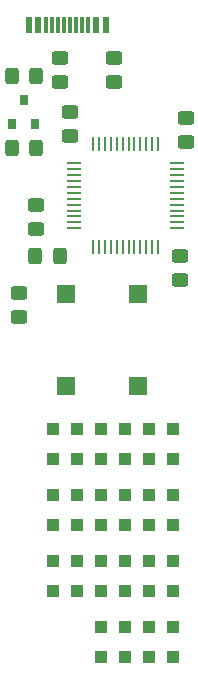
<source format=gbr>
%TF.GenerationSoftware,KiCad,Pcbnew,6.0.5-2.fc36*%
%TF.CreationDate,2022-06-13T17:40:04-05:00*%
%TF.ProjectId,left,6c656674-2e6b-4696-9361-645f70636258,rev?*%
%TF.SameCoordinates,Original*%
%TF.FileFunction,Paste,Top*%
%TF.FilePolarity,Positive*%
%FSLAX46Y46*%
G04 Gerber Fmt 4.6, Leading zero omitted, Abs format (unit mm)*
G04 Created by KiCad (PCBNEW 6.0.5-2.fc36) date 2022-06-13 17:40:04*
%MOMM*%
%LPD*%
G01*
G04 APERTURE LIST*
G04 Aperture macros list*
%AMRoundRect*
0 Rectangle with rounded corners*
0 $1 Rounding radius*
0 $2 $3 $4 $5 $6 $7 $8 $9 X,Y pos of 4 corners*
0 Add a 4 corners polygon primitive as box body*
4,1,4,$2,$3,$4,$5,$6,$7,$8,$9,$2,$3,0*
0 Add four circle primitives for the rounded corners*
1,1,$1+$1,$2,$3*
1,1,$1+$1,$4,$5*
1,1,$1+$1,$6,$7*
1,1,$1+$1,$8,$9*
0 Add four rect primitives between the rounded corners*
20,1,$1+$1,$2,$3,$4,$5,0*
20,1,$1+$1,$4,$5,$6,$7,0*
20,1,$1+$1,$6,$7,$8,$9,0*
20,1,$1+$1,$8,$9,$2,$3,0*%
G04 Aperture macros list end*
%ADD10RoundRect,0.249999X-0.450001X0.325001X-0.450001X-0.325001X0.450001X-0.325001X0.450001X0.325001X0*%
%ADD11RoundRect,0.249999X0.325001X0.450001X-0.325001X0.450001X-0.325001X-0.450001X0.325001X-0.450001X0*%
%ADD12R,0.800000X0.900000*%
%ADD13R,1.000000X1.000000*%
%ADD14RoundRect,0.249999X0.450001X-0.325001X0.450001X0.325001X-0.450001X0.325001X-0.450001X-0.325001X0*%
%ADD15RoundRect,0.249999X-0.325001X-0.450001X0.325001X-0.450001X0.325001X0.450001X-0.325001X0.450001X0*%
%ADD16R,1.500000X1.500000*%
%ADD17R,0.600000X1.450000*%
%ADD18R,0.300000X1.450000*%
%ADD19R,0.250000X1.300000*%
%ADD20R,1.300000X0.250000*%
G04 APERTURE END LIST*
D10*
%TO.C,R7*%
X228727000Y-57649000D03*
X228727000Y-59699000D03*
%TD*%
%TO.C,R6*%
X224155000Y-57649000D03*
X224155000Y-59699000D03*
%TD*%
D11*
%TO.C,R1*%
X224155000Y-74422000D03*
X222105000Y-74422000D03*
%TD*%
D12*
%TO.C,U2*%
X220157000Y-63230000D03*
X222057000Y-63230000D03*
X221107000Y-61230000D03*
%TD*%
D13*
%TO.C,D17*%
X233759440Y-105882927D03*
X233759440Y-108382927D03*
%TD*%
%TO.C,D19*%
X225631440Y-89118927D03*
X225631440Y-91618927D03*
%TD*%
%TO.C,D20*%
X225631440Y-94706927D03*
X225631440Y-97206927D03*
%TD*%
%TO.C,D21*%
X225631440Y-100294927D03*
X225631440Y-102794927D03*
%TD*%
%TO.C,D23*%
X229695440Y-89118927D03*
X229695440Y-91618927D03*
%TD*%
%TO.C,D24*%
X229695440Y-94706927D03*
X229695440Y-97206927D03*
%TD*%
%TO.C,D25*%
X229695440Y-100294927D03*
X229695440Y-102794927D03*
%TD*%
%TO.C,D26*%
X229695440Y-105882927D03*
X229695440Y-108382927D03*
%TD*%
%TO.C,D33*%
X231727440Y-89118927D03*
X231727440Y-91618927D03*
%TD*%
%TO.C,D34*%
X231727440Y-94706927D03*
X231727440Y-97206927D03*
%TD*%
%TO.C,D15*%
X233759440Y-94706927D03*
X233759440Y-97206927D03*
%TD*%
%TO.C,D36*%
X231727440Y-105882927D03*
X231727440Y-108382927D03*
%TD*%
%TO.C,D5*%
X223599440Y-89118927D03*
X223599440Y-91618927D03*
%TD*%
%TO.C,D6*%
X223599440Y-94706927D03*
X223599440Y-97206927D03*
%TD*%
%TO.C,D7*%
X223599440Y-100294927D03*
X223599440Y-102794927D03*
%TD*%
%TO.C,D9*%
X227663440Y-89118927D03*
X227663440Y-91618927D03*
%TD*%
%TO.C,D10*%
X227663440Y-94706927D03*
X227663440Y-97206927D03*
%TD*%
%TO.C,D11*%
X227663440Y-100294927D03*
X227663440Y-102794927D03*
%TD*%
%TO.C,D12*%
X227663440Y-105882927D03*
X227663440Y-108382927D03*
%TD*%
%TO.C,D14*%
X233759440Y-89118927D03*
X233759440Y-91618927D03*
%TD*%
%TO.C,D16*%
X233759440Y-100294927D03*
X233759440Y-102794927D03*
%TD*%
D14*
%TO.C,C1*%
X220726000Y-79638000D03*
X220726000Y-77588000D03*
%TD*%
D15*
%TO.C,C6*%
X220082000Y-65278000D03*
X222132000Y-65278000D03*
%TD*%
D14*
%TO.C,C3*%
X234315000Y-76463000D03*
X234315000Y-74413000D03*
%TD*%
D10*
%TO.C,C5*%
X225044000Y-62221000D03*
X225044000Y-64271000D03*
%TD*%
D15*
%TO.C,C7*%
X220082000Y-59182000D03*
X222132000Y-59182000D03*
%TD*%
D16*
%TO.C,SW2*%
X224663000Y-85434000D03*
X224663000Y-77634000D03*
%TD*%
%TO.C,SW1*%
X230759000Y-85434000D03*
X230759000Y-77634000D03*
%TD*%
D17*
%TO.C,J1*%
X228040000Y-54845000D03*
X227240000Y-54845000D03*
D18*
X226040000Y-54845000D03*
X225040000Y-54845000D03*
X224540000Y-54845000D03*
X223540000Y-54845000D03*
D17*
X222340000Y-54845000D03*
X221540000Y-54845000D03*
X221540000Y-54845000D03*
X222340000Y-54845000D03*
D18*
X223040000Y-54845000D03*
X224040000Y-54845000D03*
X225540000Y-54845000D03*
X226540000Y-54845000D03*
D17*
X227240000Y-54845000D03*
X228040000Y-54845000D03*
%TD*%
D19*
%TO.C,U1*%
X226993000Y-73692000D03*
X227493000Y-73692000D03*
X227993000Y-73692000D03*
X228493000Y-73692000D03*
X228993000Y-73692000D03*
X229493000Y-73692000D03*
X229993000Y-73692000D03*
X230493000Y-73692000D03*
X230993000Y-73692000D03*
X231493000Y-73692000D03*
X231993000Y-73692000D03*
X232493000Y-73692000D03*
D20*
X234093000Y-72092000D03*
X234093000Y-71592000D03*
X234093000Y-71092000D03*
X234093000Y-70592000D03*
X234093000Y-70092000D03*
X234093000Y-69592000D03*
X234093000Y-69092000D03*
X234093000Y-68592000D03*
X234093000Y-68092000D03*
X234093000Y-67592000D03*
X234093000Y-67092000D03*
X234093000Y-66592000D03*
D19*
X232493000Y-64992000D03*
X231993000Y-64992000D03*
X231493000Y-64992000D03*
X230993000Y-64992000D03*
X230493000Y-64992000D03*
X229993000Y-64992000D03*
X229493000Y-64992000D03*
X228993000Y-64992000D03*
X228493000Y-64992000D03*
X227993000Y-64992000D03*
X227493000Y-64992000D03*
X226993000Y-64992000D03*
D20*
X225393000Y-66592000D03*
X225393000Y-67092000D03*
X225393000Y-67592000D03*
X225393000Y-68092000D03*
X225393000Y-68592000D03*
X225393000Y-69092000D03*
X225393000Y-69592000D03*
X225393000Y-70092000D03*
X225393000Y-70592000D03*
X225393000Y-71092000D03*
X225393000Y-71592000D03*
X225393000Y-72092000D03*
%TD*%
D14*
%TO.C,C2*%
X234823000Y-64779000D03*
X234823000Y-62729000D03*
%TD*%
D13*
%TO.C,D35*%
X231727440Y-100294927D03*
X231727440Y-102794927D03*
%TD*%
D10*
%TO.C,C4*%
X222123000Y-70095000D03*
X222123000Y-72145000D03*
%TD*%
M02*

</source>
